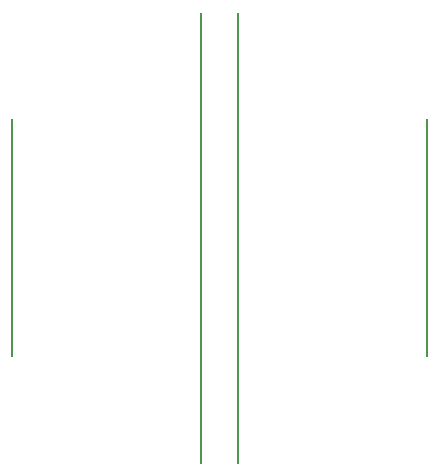
<source format=gbr>
%TF.GenerationSoftware,KiCad,Pcbnew,(6.0.4)*%
%TF.CreationDate,2022-04-28T23:49:57+02:00*%
%TF.ProjectId,batta,62617474-612e-46b6-9963-61645f706362,v1.0.0*%
%TF.SameCoordinates,Original*%
%TF.FileFunction,Other,Comment*%
%FSLAX46Y46*%
G04 Gerber Fmt 4.6, Leading zero omitted, Abs format (unit mm)*
G04 Created by KiCad (PCBNEW (6.0.4)) date 2022-04-28 23:49:57*
%MOMM*%
%LPD*%
G01*
G04 APERTURE LIST*
%ADD10C,0.200000*%
G04 APERTURE END LIST*
D10*
%TO.C,REF\u002A\u002A*%
X102197220Y69091427D02*
X102197220Y107191427D01*
X105397220Y69091427D02*
X105397220Y107191427D01*
X121397220Y78141427D02*
X121397220Y98141427D01*
X86197220Y78141427D02*
X86197220Y98141427D01*
%TD*%
M02*

</source>
